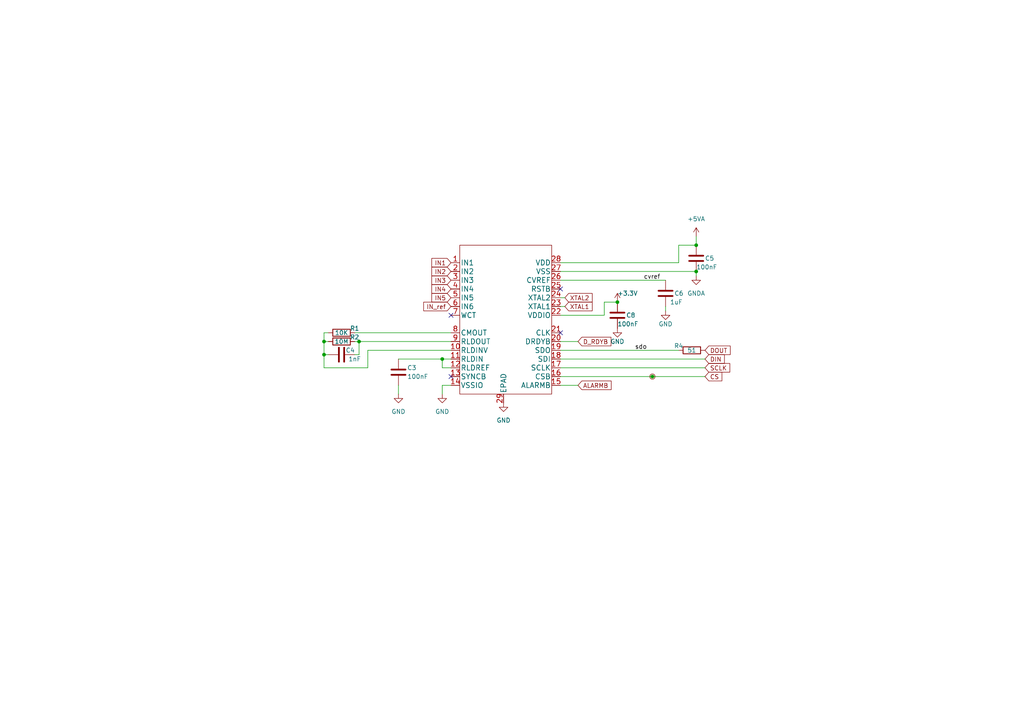
<source format=kicad_sch>
(kicad_sch (version 20230121) (generator eeschema)
  (paper "A4")
  (lib_symbols
    (symbol "Device:C" (pin_numbers hide) (pin_names (offset 0.254))
      (property "Reference" "C" (at 0.635 2.54 0))
      (property "Value" "C" (at 0.635 -2.54 0))
      (symbol "C_0_1"
        (polyline (pts (xy -2.032 -0.762) (xy 2.032 -0.762)) (stroke (width 0.508)))
        (polyline (pts (xy -2.032 0.762) (xy 2.032 0.762)) (stroke (width 0.508)))
      )
      (symbol "C_1_1"
        (pin passive line (at 0 3.81 270) (length 2.794) (name "~") (number "1"))
        (pin passive line (at 0 -3.81 90) (length 2.794) (name "~") (number "2"))
      )
    )
    (symbol "Device:R" (pin_numbers hide) (pin_names (offset 0))
      (property "Reference" "R" (at 2.032 0 90))
      (property "Value" "R" (at 0 0 90))
      (symbol "R_0_1"
        (rectangle (start -1.016 -2.54) (end 1.016 2.54) (stroke (width 0.254)))
      )
      (symbol "R_1_1"
        (pin passive line (at 0 3.81 270) (length 1.27) (name "~") (number "1"))
        (pin passive line (at 0 -3.81 90) (length 1.27) (name "~") (number "2"))
      )
    )
    (symbol "ads1293:ADS1293CISQE-NOPB" (pin_names (offset 0.254))
      (property "Reference" "U" (at 5.08 1.27 0))
      (property "Value" "ADS1293CISQE-NOPB" (at 16.51 -1.27 0))
      (symbol "ADS1293CISQE-NOPB_0_1"
        (rectangle (start 2.54 0) (end 29.21 -43.18))
      )
      (symbol "ADS1293CISQE-NOPB_1_1"
        (pin input line (at 0 -5.08 0) (length 2.54) (name "IN1") (number "1"))
        (pin input line (at 0 -30.48 0) (length 2.54) (name "RLDINV") (number "10"))
        (pin bidirectional line (at 0 -33.02 0) (length 2.54) (name "RLDIN") (number "11"))
        (pin output line (at 0 -35.56 0) (length 2.54) (name "RLDREF") (number "12"))
        (pin bidirectional line (at 0 -38.1 0) (length 2.54) (name "SYNCB") (number "13"))
        (pin power_in line (at 0 -40.64 0) (length 2.54) (name "VSSIO") (number "14"))
        (pin output line (at 31.75 -40.64 180) (length 2.54) (name "ALARMB") (number "15"))
        (pin input line (at 31.75 -38.1 180) (length 2.54) (name "CSB") (number "16"))
        (pin input line (at 31.75 -35.56 180) (length 2.54) (name "SCLK") (number "17"))
        (pin input line (at 31.75 -33.02 180) (length 2.54) (name "SDI") (number "18"))
        (pin output line (at 31.75 -30.48 180) (length 2.54) (name "SDO") (number "19"))
        (pin input line (at 0 -7.62 0) (length 2.54) (name "IN2") (number "2"))
        (pin output line (at 31.75 -27.94 180) (length 2.54) (name "DRDYB") (number "20"))
        (pin bidirectional line (at 31.75 -25.4 180) (length 2.54) (name "CLK") (number "21"))
        (pin power_in line (at 31.75 -20.32 180) (length 2.54) (name "VDDIO") (number "22"))
        (pin input line (at 31.75 -17.78 180) (length 2.54) (name "XTAL1") (number "23"))
        (pin input line (at 31.75 -15.24 180) (length 2.54) (name "XTAL2") (number "24"))
        (pin input line (at 31.75 -12.7 180) (length 2.54) (name "RSTB") (number "25"))
        (pin bidirectional line (at 31.75 -10.16 180) (length 2.54) (name "CVREF") (number "26"))
        (pin power_in line (at 31.75 -7.62 180) (length 2.54) (name "VSS") (number "27"))
        (pin power_in line (at 31.75 -5.08 180) (length 2.54) (name "VDD") (number "28"))
        (pin unspecified line (at 15.24 -45.72 90) (length 2.54) (name "EPAD") (number "29"))
        (pin input line (at 0 -10.16 0) (length 2.54) (name "IN3") (number "3"))
        (pin input line (at 0 -12.7 0) (length 2.54) (name "IN4") (number "4"))
        (pin input line (at 0 -15.24 0) (length 2.54) (name "IN5") (number "5"))
        (pin input line (at 0 -17.78 0) (length 2.54) (name "IN6") (number "6"))
        (pin output line (at 0 -20.32 0) (length 2.54) (name "WCT") (number "7"))
        (pin output line (at 0 -25.4 0) (length 2.54) (name "CMOUT") (number "8"))
        (pin output line (at 0 -27.94 0) (length 2.54) (name "RLDOUT") (number "9"))
      )
    )
    (symbol "custom:TestPoint" (pin_numbers hide) (pin_names (offset 0.762) hide)
      (property "Reference" "TP" (at 0 6.858 0))
      (property "Value" "TestPoint" (at 0 5.08 0))
      (symbol "TestPoint_0_1"
        (circle (center 0 0) (radius 0.762))
      )
      (symbol "TestPoint_1_1"
        (pin passive line (at 0 0 90) (length 0) (name "1") (number "1"))
      )
    )
    (symbol "power:+3.3V" (power) (pin_names (offset 0))
      (property "Value" "+3.3V" (at 0 3.556 0))
      (symbol "+3.3V_0_1"
        (polyline (pts (xy -0.762 1.27) (xy 0 2.54)))
        (polyline (pts (xy 0 0) (xy 0 2.54)))
        (polyline (pts (xy 0 2.54) (xy 0.762 1.27)))
      )
      (symbol "+3.3V_1_1"
        (pin power_in line (at 0 0 90) (length 0) hide (name "+3.3V") (number "1"))
      )
    )
    (symbol "power:+5VA" (power) (pin_names (offset 0))
      (property "Value" "+5VA" (at 0 3.556 0))
      (symbol "+5VA_0_1"
        (polyline (pts (xy -0.762 1.27) (xy 0 2.54)))
        (polyline (pts (xy 0 0) (xy 0 2.54)))
        (polyline (pts (xy 0 2.54) (xy 0.762 1.27)))
      )
      (symbol "+5VA_1_1"
        (pin power_in line (at 0 0 90) (length 0) hide (name "+5VA") (number "1"))
      )
    )
    (symbol "power:GND" (power) (pin_names (offset 0))
      (property "Value" "GND" (at 0 -3.81 0))
      (symbol "GND_0_1"
        (polyline (pts (xy 0 0) (xy 0 -1.27) (xy 1.27 -1.27) (xy 0 -2.54) (xy -1.27 -1.27) (xy 0 -1.27)))
      )
      (symbol "GND_1_1"
        (pin power_in line (at 0 0 270) (length 0) hide (name "GND") (number "1"))
      )
    )
    (symbol "power:GNDA" (power) (pin_names (offset 0))
      (property "Value" "GNDA" (at 0 -3.81 0))
      (symbol "GNDA_0_1"
        (polyline (pts (xy 0 0) (xy 0 -1.27) (xy 1.27 -1.27) (xy 0 -2.54) (xy -1.27 -1.27) (xy 0 -1.27)))
      )
      (symbol "GNDA_1_1"
        (pin power_in line (at 0 0 270) (length 0) hide (name "GNDA") (number "1"))
      )
    )
  )
  (junction (at 104.14 99.06))
  (junction (at 201.93 78.74))
  (junction (at 128.27 104.14))
  (junction (at 201.93 71.12))
  (junction (at 189.23 109.22))
  (junction (at 179.07 87.63))
  (junction (at 93.98 99.06))
  (junction (at 93.98 102.87))
  (no_connect (at 162.56 83.82))
  (no_connect (at 162.56 96.52))
  (no_connect (at 130.81 109.22))
  (no_connect (at 130.81 91.44))
  (wire (pts (xy 128.27 111.76) (xy 128.27 114.3)))
  (wire (pts (xy 130.81 111.76) (xy 128.27 111.76)))
  (wire (pts (xy 201.93 71.12) (xy 196.85 71.12)))
  (wire (pts (xy 93.98 96.52) (xy 93.98 99.06)))
  (wire (pts (xy 162.56 88.9) (xy 163.83 88.9)))
  (wire (pts (xy 104.14 99.06) (xy 130.81 99.06)))
  (wire (pts (xy 162.56 91.44) (xy 175.26 91.44)))
  (wire (pts (xy 162.56 106.68) (xy 204.47 106.68)))
  (wire (pts (xy 93.98 106.68) (xy 93.98 102.87)))
  (wire (pts (xy 106.68 101.6) (xy 130.81 101.6)))
  (wire (pts (xy 162.56 81.28) (xy 193.04 81.28)))
  (wire (pts (xy 162.56 109.22) (xy 189.23 109.22)))
  (wire (pts (xy 115.57 111.76) (xy 115.57 114.3)))
  (wire (pts (xy 128.27 104.14) (xy 130.81 104.14)))
  (wire (pts (xy 102.87 102.87) (xy 104.14 102.87)))
  (wire (pts (xy 93.98 99.06) (xy 93.98 102.87)))
  (wire (pts (xy 175.26 91.44) (xy 175.26 87.63)))
  (wire (pts (xy 162.56 76.2) (xy 196.85 76.2)))
  (wire (pts (xy 102.87 99.06) (xy 104.14 99.06)))
  (wire (pts (xy 162.56 78.74) (xy 201.93 78.74)))
  (wire (pts (xy 162.56 101.6) (xy 196.85 101.6)))
  (wire (pts (xy 189.23 109.22) (xy 204.47 109.22)))
  (wire (pts (xy 193.04 88.9) (xy 193.04 90.17)))
  (wire (pts (xy 106.68 101.6) (xy 106.68 106.68)))
  (wire (pts (xy 162.56 86.36) (xy 163.83 86.36)))
  (wire (pts (xy 93.98 102.87) (xy 95.25 102.87)))
  (wire (pts (xy 95.25 96.52) (xy 93.98 96.52)))
  (wire (pts (xy 102.87 96.52) (xy 130.81 96.52)))
  (wire (pts (xy 162.56 99.06) (xy 167.64 99.06)))
  (wire (pts (xy 115.57 104.14) (xy 128.27 104.14)))
  (wire (pts (xy 106.68 106.68) (xy 93.98 106.68)))
  (wire (pts (xy 175.26 87.63) (xy 179.07 87.63)))
  (wire (pts (xy 95.25 99.06) (xy 93.98 99.06)))
  (wire (pts (xy 128.27 106.68) (xy 128.27 104.14)))
  (wire (pts (xy 130.81 106.68) (xy 128.27 106.68)))
  (wire (pts (xy 162.56 104.14) (xy 204.47 104.14)))
  (wire (pts (xy 196.85 76.2) (xy 196.85 71.12)))
  (wire (pts (xy 201.93 71.12) (xy 201.93 68.58)))
  (wire (pts (xy 162.56 111.76) (xy 167.64 111.76)))
  (wire (pts (xy 104.14 99.06) (xy 104.14 102.87)))
  (wire (pts (xy 201.93 78.74) (xy 201.93 80.01)))
  (label "cvref" (at 186.69 81.28 0))
  (label "sdo" (at 184.15 101.6 0))
  (global_label "IN_ref" (shape input) (at 130.81 88.9 180) (property "Intersheetrefs" "${INTERSHEET_REFS}" (effects hide)))
  (global_label "D_RDYB" (shape input) (at 167.64 99.06 0) (property "Intersheetrefs" "${INTERSHEET_REFS}" (effects hide)))
  (global_label "DIN" (shape input) (at 204.47 104.14 0) (property "Intersheetrefs" "${INTERSHEET_REFS}" (effects hide)))
  (global_label "XTAL1" (shape input) (at 163.83 88.9 0) (property "Intersheetrefs" "${INTERSHEET_REFS}" (effects hide)))
  (global_label "IN5" (shape input) (at 130.81 86.36 180) (property "Intersheetrefs" "${INTERSHEET_REFS}" (effects hide)))
  (global_label "IN4" (shape input) (at 130.81 83.82 180) (property "Intersheetrefs" "${INTERSHEET_REFS}" (effects hide)))
  (global_label "SCLK" (shape input) (at 204.47 106.68 0) (property "Intersheetrefs" "${INTERSHEET_REFS}" (effects hide)))
  (global_label "CS" (shape input) (at 204.47 109.22 0) (property "Intersheetrefs" "${INTERSHEET_REFS}" (effects hide)))
  (global_label "ALARMB" (shape input) (at 167.64 111.76 0) (property "Intersheetrefs" "${INTERSHEET_REFS}" (effects hide)))
  (global_label "IN3" (shape input) (at 130.81 81.28 180) (property "Intersheetrefs" "${INTERSHEET_REFS}" (effects hide)))
  (global_label "IN1" (shape input) (at 130.81 76.2 180) (property "Intersheetrefs" "${INTERSHEET_REFS}" (effects hide)))
  (global_label "DOUT" (shape input) (at 204.47 101.6 0) (property "Intersheetrefs" "${INTERSHEET_REFS}" (effects hide)))
  (global_label "XTAL2" (shape input) (at 163.83 86.36 0) (property "Intersheetrefs" "${INTERSHEET_REFS}" (effects hide)))
  (global_label "IN2" (shape input) (at 130.81 78.74 180) (property "Intersheetrefs" "${INTERSHEET_REFS}" (effects hide)))
  (symbol (lib_id "power:GND") (at 115.57 114.3 0) (unit 1)
    (property "Reference" "#PWR0106" (effects hide))
    (property "Value" "GND" (at 115.57 119.38 0))
    (instances (project "hc32l110" (path "" (reference "#PWR0106") (unit 1)) (path "" (reference "#PWR08") (unit 1))))
  )
  (symbol (lib_id "ads1293:ADS1293CISQE-NOPB") (at 130.81 71.12 0) (unit 1)
    (property "Reference" "U1" (effects hide))
    (property "Value" "ADS1293CISQE-NOPB" (effects hide))
    (property "Footprint" "00_custom-footprints:ADS1293CISQE" (effects hide))
  )
  (symbol (lib_id "power:GNDA") (at 201.93 80.01 0) (unit 1)
    (property "Reference" "#PWR0102" (effects hide))
    (property "Value" "GNDA" (at 201.93 85.09 0))
    (instances (project "hc32l110" (path "" (reference "#PWR0102") (unit 1)) (path "" (reference "#PWR02") (unit 1))))
  )
  (symbol (lib_id "Device:R") (at 99.06 96.52 90) (unit 1)
    (property "Reference" "R1" (at 102.87 95.25 90))
    (property "Value" "10K" (at 99.06 96.52 90))
    (property "Footprint" "Capacitor_SMD:C_0402_1005Metric" (effects hide))
  )
  (symbol (lib_id "Device:C") (at 193.04 85.09 0) (unit 1)
    (property "Reference" "C6" (at 195.58 85.09 0) (effects (justify left)))
    (property "Value" "1uF" (at 194.31 87.63 0) (effects (justify left)))
    (property "Footprint" "Capacitor_SMD:C_0402_1005Metric" (effects hide))
    (instances (project "hc32l110" (path "" (reference "C6") (unit 1)) (path "" (reference "C4") (unit 1))))
  )
  (symbol (lib_id "power:+5VA") (at 201.93 68.58 0) (unit 1)
    (property "Reference" "#PWR0108" (effects hide))
    (property "Value" "+5VA" (at 201.93 63.5 0))
    (instances (project "hc32l110" (path "" (reference "#PWR0108") (unit 1)) (path "" (reference "#PWR01") (unit 1))))
  )
  (symbol (lib_id "power:+3.3V") (at 179.07 87.63 0) (unit 1)
    (property "Reference" "#PWR0112" (effects hide))
    (property "Value" "+3.3V" (at 179.07 85.09 0) (effects (justify left)))
    (instances (project "hc32l110" (path "" (reference "#PWR0112") (unit 1)) (path "" (reference "#PWR03") (unit 1))))
  )
  (symbol (lib_id "Device:C") (at 99.06 102.87 90) (unit 1)
    (property "Reference" "C4" (at 101.6 101.6 90))
    (property "Value" "1nF" (at 102.87 104.14 90))
    (property "Footprint" "Capacitor_SMD:C_0402_1005Metric" (effects hide))
    (instances (project "hc32l110" (path "" (reference "C4") (unit 1)) (path "" (reference "C6") (unit 1))))
  )
  (symbol (lib_id "Device:R") (at 99.06 99.06 90) (unit 1)
    (property "Reference" "R2" (at 102.87 97.79 90))
    (property "Value" "10M" (at 99.06 99.06 90))
    (property "Footprint" "Capacitor_SMD:C_0402_1005Metric" (effects hide))
  )
  (symbol (lib_id "power:GND") (at 193.04 90.17 0) (unit 1)
    (property "Reference" "#PWR0109" (effects hide))
    (property "Value" "GND" (at 193.04 93.98 0))
    (instances (project "hc32l110" (path "" (reference "#PWR0109") (unit 1)) (path "" (reference "#PWR06") (unit 1))))
  )
  (symbol (lib_id "Device:C") (at 115.57 107.95 0) (unit 1)
    (property "Reference" "C3" (at 118.11 106.68 0) (effects (justify left)))
    (property "Value" "100nF" (at 118.11 109.22 0) (effects (justify left)))
    (property "Footprint" "Capacitor_SMD:C_0402_1005Metric" (effects hide))
    (instances (project "hc32l110" (path "" (reference "C3") (unit 1)) (path "" (reference "C8") (unit 1))))
  )
  (symbol (lib_id "Device:C") (at 179.07 91.44 0) (unit 1)
    (property "Reference" "C8" (at 181.61 91.44 0) (effects (justify left)))
    (property "Value" "100nF" (at 179.07 93.98 0) (effects (justify left)))
    (property "Footprint" "Capacitor_SMD:C_0402_1005Metric" (effects hide))
    (instances (project "hc32l110" (path "" (reference "C8") (unit 1)) (path "" (reference "C5") (unit 1))))
  )
  (symbol (lib_id "power:GND") (at 146.05 116.84 0) (unit 1)
    (property "Reference" "#PWR0113" (effects hide))
    (property "Value" "GND" (at 146.05 121.92 0))
    (instances (project "hc32l110" (path "" (reference "#PWR0113") (unit 1)) (path "" (reference "#PWR010") (unit 1))))
  )
  (symbol (lib_id "power:GND") (at 128.27 114.3 0) (unit 1)
    (property "Reference" "#PWR0107" (effects hide))
    (property "Value" "GND" (at 128.27 119.38 0))
    (instances (project "hc32l110" (path "" (reference "#PWR0107") (unit 1)) (path "" (reference "#PWR09") (unit 1))))
  )
  (symbol (lib_id "custom:TestPoint") (at 189.23 109.22 180) (unit 1)
    (property "Reference" "TP1" (effects hide))
    (property "Value" "TP_CS" (effects hide))
    (property "Footprint" "00_custom-footprints:TestPoint_Pad_D1.0mm" (effects hide))
  )
  (symbol (lib_id "power:GND") (at 179.07 95.25 0) (unit 1)
    (property "Reference" "#PWR01" (effects hide))
    (property "Value" "GND" (at 179.07 99.06 0))
    (instances (project "hc32l110" (path "" (reference "#PWR01") (unit 1)) (path "" (reference "#PWR07") (unit 1))))
  )
  (symbol (lib_id "Device:R") (at 200.66 101.6 90) (unit 1)
    (property "Reference" "R4" (at 196.85 100.33 90))
    (property "Value" "51" (at 200.66 101.6 90))
    (property "Footprint" "Capacitor_SMD:C_0402_1005Metric" (effects hide))
    (instances (project "hc32l110" (path "" (reference "R4") (unit 1)) (path "" (reference "R3") (unit 1))))
  )
  (symbol (lib_id "Device:C") (at 201.93 74.93 0) (unit 1)
    (property "Reference" "C5" (at 204.47 74.93 0) (effects (justify left)))
    (property "Value" "100nF" (at 201.93 77.47 0) (effects (justify left)))
    (property "Footprint" "Capacitor_SMD:C_0402_1005Metric" (effects hide))
    (instances (project "hc32l110" (path "" (reference "C5") (unit 1)) (path "" (reference "C3") (unit 1))))
  )
)
</source>
